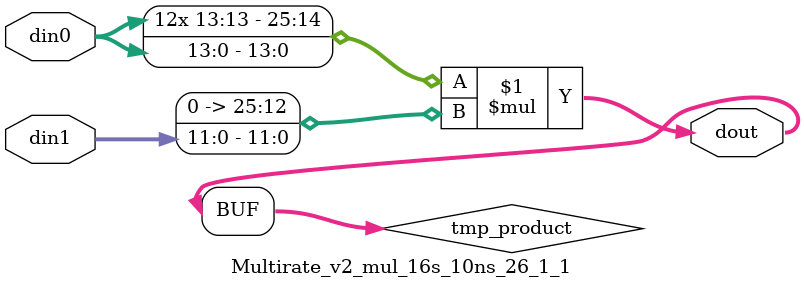
<source format=v>

`timescale 1 ns / 1 ps

 module Multirate_v2_mul_16s_10ns_26_1_1(din0, din1, dout);
parameter ID = 1;
parameter NUM_STAGE = 0;
parameter din0_WIDTH = 14;
parameter din1_WIDTH = 12;
parameter dout_WIDTH = 26;

input [din0_WIDTH - 1 : 0] din0; 
input [din1_WIDTH - 1 : 0] din1; 
output [dout_WIDTH - 1 : 0] dout;

wire signed [dout_WIDTH - 1 : 0] tmp_product;


























assign tmp_product = $signed(din0) * $signed({1'b0, din1});









assign dout = tmp_product;





















endmodule

</source>
